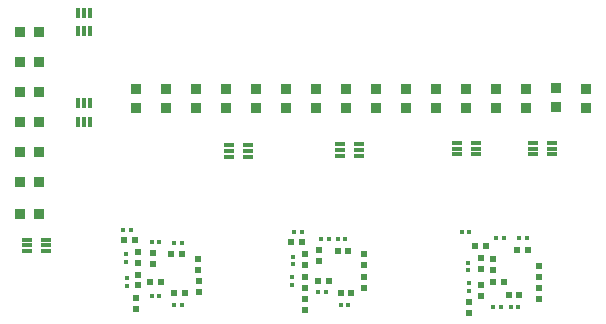
<source format=gbr>
G04 EAGLE Gerber RS-274X export*
G75*
%MOMM*%
%FSLAX34Y34*%
%LPD*%
%INSolderpaste Bottom*%
%IPPOS*%
%AMOC8*
5,1,8,0,0,1.08239X$1,22.5*%
G01*
%ADD10R,0.620000X0.600000*%
%ADD11R,0.600000X0.620000*%
%ADD12R,0.460000X0.420000*%
%ADD13R,0.420000X0.460000*%
%ADD14R,0.300000X0.914400*%
%ADD15R,0.300000X0.904000*%
%ADD16R,0.914400X0.300000*%
%ADD17R,0.904000X0.300000*%
%ADD18R,0.950000X0.900000*%
%ADD19R,0.900000X0.950000*%


D10*
X-141224Y256060D03*
X-141224Y246860D03*
X-131064Y261338D03*
X-131064Y270538D03*
X-229870Y268196D03*
X-229870Y277396D03*
X-369570Y264132D03*
X-369570Y273332D03*
X-81534Y267490D03*
X-81534Y258290D03*
D11*
X-291874Y306324D03*
X-282674Y306324D03*
X-111224Y273050D03*
X-120424Y273050D03*
D10*
X-120396Y283436D03*
X-120396Y292636D03*
D11*
X-433352Y308102D03*
X-424152Y308102D03*
D10*
X-130810Y283690D03*
X-130810Y292890D03*
D11*
X-107470Y261874D03*
X-98270Y261874D03*
X-259306Y273558D03*
X-268506Y273558D03*
D10*
X-280162Y287246D03*
X-280162Y296446D03*
X-280162Y258092D03*
X-280162Y248892D03*
D11*
X-243050Y299466D03*
X-252250Y299466D03*
D10*
X-280162Y267942D03*
X-280162Y277142D03*
D11*
X-249710Y263906D03*
X-240510Y263906D03*
D10*
X-267970Y291056D03*
X-267970Y300256D03*
X-421386Y289024D03*
X-421386Y298224D03*
X-422910Y259362D03*
X-422910Y250162D03*
X-421386Y269974D03*
X-421386Y279174D03*
D11*
X-384020Y296672D03*
X-393220Y296672D03*
X-401800Y272542D03*
X-411000Y272542D03*
D10*
X-81534Y277340D03*
X-81534Y286540D03*
X-408940Y288262D03*
X-408940Y297462D03*
D11*
X-390680Y263652D03*
X-381480Y263652D03*
D10*
X-229870Y287246D03*
X-229870Y296446D03*
D12*
X-249680Y253746D03*
X-243080Y253746D03*
X-140718Y314960D03*
X-147318Y314960D03*
D13*
X-140970Y265432D03*
X-140970Y272032D03*
D12*
X-403100Y261112D03*
X-409700Y261112D03*
D13*
X-141478Y282704D03*
X-141478Y289304D03*
D12*
X-111254Y309880D03*
X-117854Y309880D03*
D11*
X-135918Y303022D03*
X-126718Y303022D03*
D12*
X-105662Y251714D03*
X-99062Y251714D03*
X-245620Y309626D03*
X-252220Y309626D03*
X-262384Y264160D03*
X-268984Y264160D03*
X-259590Y309626D03*
X-266190Y309626D03*
X-282196Y315214D03*
X-288796Y315214D03*
D13*
X-290322Y287784D03*
X-290322Y294384D03*
X-290576Y270512D03*
X-290576Y277112D03*
D12*
X-114048Y251714D03*
X-120648Y251714D03*
D11*
X-90904Y299720D03*
X-100104Y299720D03*
D12*
X-92204Y309880D03*
X-98804Y309880D03*
X-403100Y306832D03*
X-409700Y306832D03*
X-390650Y253492D03*
X-384050Y253492D03*
D13*
X-431038Y290070D03*
X-431038Y296670D03*
D12*
X-427484Y317246D03*
X-434084Y317246D03*
D13*
X-430530Y269242D03*
X-430530Y275842D03*
D12*
X-384050Y305562D03*
X-390650Y305562D03*
D10*
X-370840Y283182D03*
X-370840Y292382D03*
D14*
X-461852Y485034D03*
D15*
X-466852Y485034D03*
X-471852Y485034D03*
X-471852Y500994D03*
X-466852Y500994D03*
X-461852Y500994D03*
D14*
X-461598Y408326D03*
D15*
X-466598Y408326D03*
X-471598Y408326D03*
X-471598Y424286D03*
X-466598Y424286D03*
X-461598Y424286D03*
D16*
X-86466Y380826D03*
D17*
X-86466Y385826D03*
X-86466Y390826D03*
X-70506Y390826D03*
X-70506Y385826D03*
X-70506Y380826D03*
D16*
X-150982Y380826D03*
D17*
X-150982Y385826D03*
X-150982Y390826D03*
X-135022Y390826D03*
X-135022Y385826D03*
X-135022Y380826D03*
D16*
X-250042Y379556D03*
D17*
X-250042Y384556D03*
X-250042Y389556D03*
X-234082Y389556D03*
X-234082Y384556D03*
X-234082Y379556D03*
D16*
X-344022Y379048D03*
D17*
X-344022Y384048D03*
X-344022Y389048D03*
X-328062Y389048D03*
X-328062Y384048D03*
X-328062Y379048D03*
D18*
X-372110Y436498D03*
X-372110Y420498D03*
X-397510Y436498D03*
X-397510Y420498D03*
X-346710Y436498D03*
X-346710Y420498D03*
X-321310Y436498D03*
X-321310Y420498D03*
X-295910Y436498D03*
X-295910Y420498D03*
X-270510Y436498D03*
X-270510Y420498D03*
X-245110Y436498D03*
X-245110Y420498D03*
X-219710Y436498D03*
X-219710Y420498D03*
X-194056Y436244D03*
X-194056Y420244D03*
X-168910Y436498D03*
X-168910Y420498D03*
X-143510Y436498D03*
X-143510Y420498D03*
D19*
X-521080Y330200D03*
X-505080Y330200D03*
D18*
X-118110Y436498D03*
X-118110Y420498D03*
X-92710Y436498D03*
X-92710Y420498D03*
X-67056Y436752D03*
X-67056Y420752D03*
X-41910Y436498D03*
X-41910Y420498D03*
D19*
X-521334Y357378D03*
X-505334Y357378D03*
X-521334Y382778D03*
X-505334Y382778D03*
X-521334Y408178D03*
X-505334Y408178D03*
X-521334Y433578D03*
X-505334Y433578D03*
X-521334Y458978D03*
X-505334Y458978D03*
X-521334Y484378D03*
X-505334Y484378D03*
D18*
X-422910Y436498D03*
X-422910Y420498D03*
D16*
X-499512Y308784D03*
D17*
X-499512Y303784D03*
X-499512Y298784D03*
X-515472Y298784D03*
X-515472Y303784D03*
X-515472Y308784D03*
M02*

</source>
